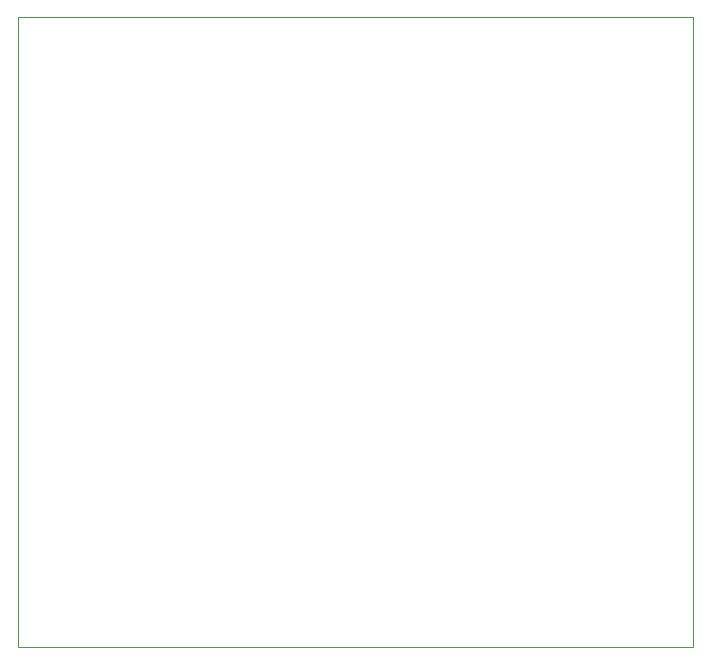
<source format=gbr>
%TF.GenerationSoftware,KiCad,Pcbnew,(5.1.8)-1*%
%TF.CreationDate,2021-08-01T10:57:51-04:00*%
%TF.ProjectId,p3_dx robot controller,70335f64-7820-4726-9f62-6f7420636f6e,rev?*%
%TF.SameCoordinates,Original*%
%TF.FileFunction,Profile,NP*%
%FSLAX46Y46*%
G04 Gerber Fmt 4.6, Leading zero omitted, Abs format (unit mm)*
G04 Created by KiCad (PCBNEW (5.1.8)-1) date 2021-08-01 10:57:51*
%MOMM*%
%LPD*%
G01*
G04 APERTURE LIST*
%TA.AperFunction,Profile*%
%ADD10C,0.100000*%
%TD*%
G04 APERTURE END LIST*
D10*
X57150000Y0D02*
X57150000Y-53340000D01*
X0Y0D02*
X57150000Y0D01*
X0Y-53340000D02*
X0Y0D01*
X57150000Y-53340000D02*
X0Y-53340000D01*
M02*

</source>
